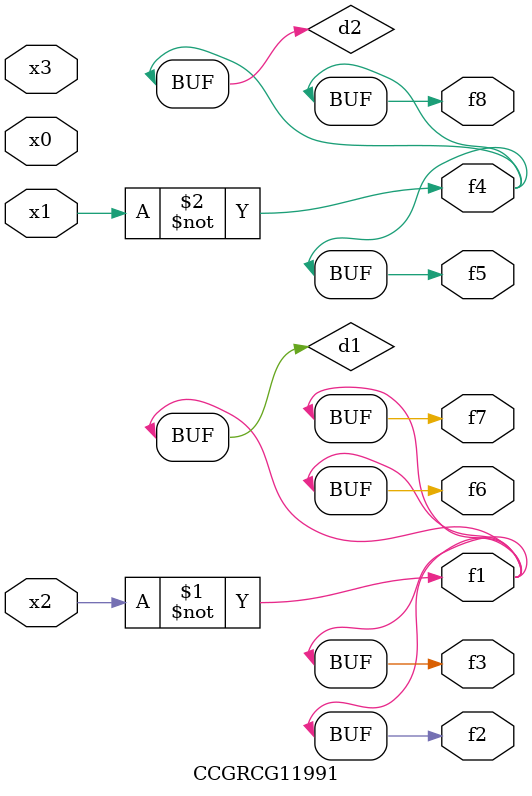
<source format=v>
module CCGRCG11991(
	input x0, x1, x2, x3,
	output f1, f2, f3, f4, f5, f6, f7, f8
);

	wire d1, d2;

	xnor (d1, x2);
	not (d2, x1);
	assign f1 = d1;
	assign f2 = d1;
	assign f3 = d1;
	assign f4 = d2;
	assign f5 = d2;
	assign f6 = d1;
	assign f7 = d1;
	assign f8 = d2;
endmodule

</source>
